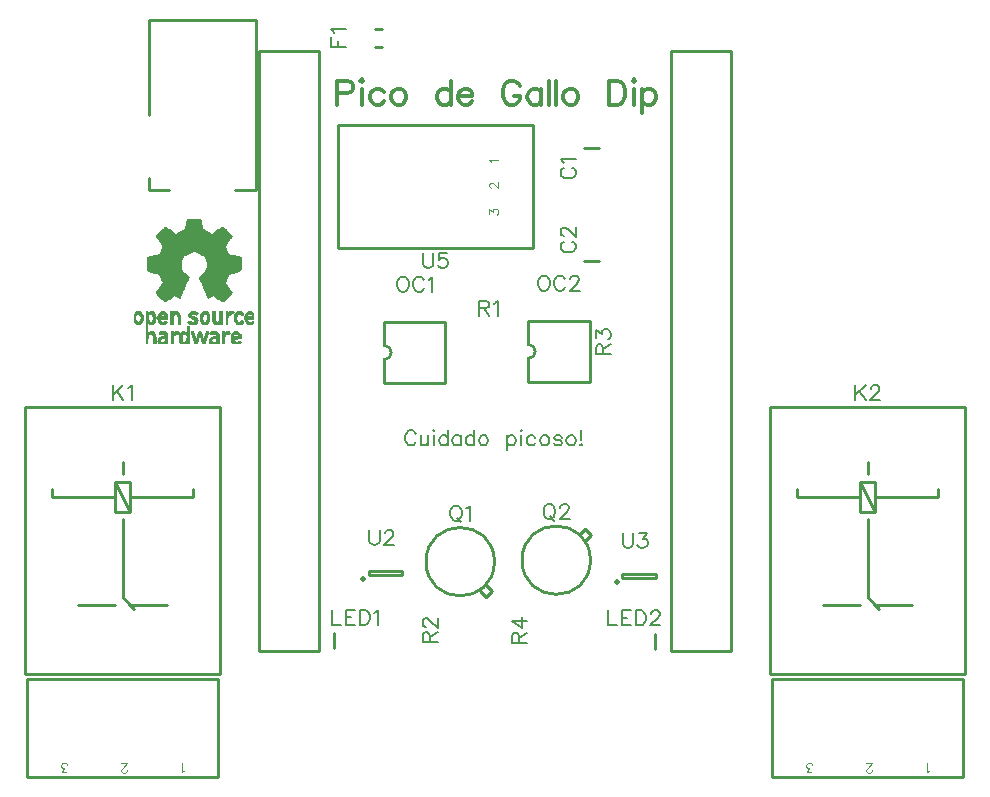
<source format=gbr>
G04 DipTrace 3.0.0.1*
G04 TopSilk.gbr*
%MOIN*%
G04 #@! TF.FileFunction,Legend,Top*
G04 #@! TF.Part,Single*
%ADD10C,0.009843*%
%ADD12C,0.002992*%
%ADD35C,0.018111*%
%ADD74C,0.00772*%
%ADD75C,0.012351*%
%ADD77C,0.004632*%
%FSLAX26Y26*%
G04*
G70*
G90*
G75*
G01*
G04 TopSilk*
%LPD*%
X1053150Y424026D2*
D10*
X415748D1*
Y750526D1*
X1053150D1*
Y424026D1*
X3537008D2*
X2899606D1*
Y750526D1*
X3537008D1*
Y424026D1*
X2271673Y2520094D2*
X2322815D1*
Y2142898D2*
X2271673D1*
X1576409Y2854362D2*
X1599969D1*
X1576409Y2917291D2*
X1599969D1*
X1177559Y2945669D2*
X823209D1*
Y2630719D1*
X821242Y2418090D2*
X821282Y2378735D1*
X890152D1*
X1110617D2*
X1177559D1*
Y2945669D1*
X1059252Y1655906D2*
Y765906D1*
X409252D2*
X1059252D1*
X409252D2*
Y1655906D1*
X1059252D2*
X409252D1*
X969227Y1380896D2*
Y1355887D1*
X759277D1*
Y1405905D1*
X734252D1*
X709227D1*
Y1305869D2*
X759277D1*
Y1355887D1*
X709227Y1405905D2*
Y1355887D1*
X499277D1*
X709227D2*
Y1305869D1*
X499277Y1355887D2*
Y1380896D1*
X709227Y1405905D2*
X759277Y1305869D1*
X734252Y1280949D2*
Y1020891D1*
X759277Y995882D1*
X881282D2*
X759277D1*
X709227D2*
X586247D1*
X759277D2*
X771237Y982888D1*
X734252Y1470875D2*
Y1430914D1*
X3543504Y1655906D2*
Y765906D1*
X2893504D2*
X3543504D1*
X2893504D2*
Y1655906D1*
X3543504D2*
X2893504D1*
X3453479Y1380896D2*
Y1355887D1*
X3243529D1*
Y1405905D1*
X3218504D1*
X3193479D1*
Y1305869D2*
X3243529D1*
Y1355887D1*
X3193479Y1405905D2*
Y1355887D1*
X2983529D1*
X3193479D2*
Y1305869D1*
X2983529Y1355887D2*
Y1380896D1*
X3193479Y1405905D2*
X3243529Y1305869D1*
X3218504Y1280949D2*
Y1020891D1*
X3243529Y995882D1*
X3365534D2*
X3243529D1*
X3193479D2*
X3070499D1*
X3243529D2*
X3255489Y982888D1*
X3218504Y1470875D2*
Y1430914D1*
X1440570Y851201D2*
Y902343D1*
X2509430Y900768D2*
Y849626D1*
X1605906Y1735035D2*
X1810630D1*
Y1939768D1*
X1605906D1*
Y1861027D1*
Y1813776D2*
Y1735035D1*
Y1813776D2*
G03X1605906Y1861027I-1J23626D01*
G01*
X2086220Y1738578D2*
X2290945D1*
Y1943311D1*
X2086220D1*
Y1864571D1*
Y1817319D2*
Y1738578D1*
Y1817319D2*
G03X2086220Y1864571I-1J23626D01*
G01*
X1944619Y1063255D2*
X1964310Y1043567D1*
X1924929D2*
X1944619Y1023878D1*
X1964310Y1043567D1*
X1745846Y1140202D2*
G02X1745846Y1140202I113949J0D01*
G01*
X2256824Y1230052D2*
X2276512Y1249743D1*
Y1210362D2*
X2296201Y1230052D1*
X2276512Y1249743D1*
X2065925Y1145228D2*
G02X2065925Y1145228I113952J0D01*
G01*
X2563780Y843701D2*
X2763780D1*
X2563780Y2843701D2*
X2763780D1*
Y843701D1*
X2563780Y2843701D2*
Y843701D1*
X1554718Y1109846D2*
X1667319D1*
Y1094879D1*
X1554718D1*
Y1109846D1*
D35*
X1537008Y1082279D3*
X2399206Y1100003D2*
D10*
X2511807D1*
Y1085036D1*
X2399206D1*
Y1100003D1*
D35*
X2381497Y1072436D3*
X1188976Y843701D2*
D10*
X1388976D1*
X1188976Y2843701D2*
X1388976D1*
Y843701D1*
X1188976Y2843701D2*
Y843701D1*
X1453150Y2185827D2*
X2102756D1*
Y2595276D1*
X1453150D1*
Y2185827D1*
X948819Y2283622D2*
D12*
X993701D1*
X948356Y2280630D2*
X994163D1*
X947615Y2277638D2*
X994905D1*
X946840Y2274646D2*
X995680D1*
X946304Y2271654D2*
X996215D1*
X945921Y2268661D2*
X996599D1*
X945413Y2265669D2*
X997107D1*
X944643Y2262677D2*
X997876D1*
X943856Y2259685D2*
X998664D1*
X874016Y2256693D2*
X877008D1*
X943303D2*
X999216D1*
X1065512D2*
X1068504D1*
X871024Y2253701D2*
X881855D1*
X942790D2*
X999730D1*
X1060664D2*
X1071496D1*
X868031Y2250709D2*
X886554D1*
X942070D2*
X1000450D1*
X1055966D2*
X1074488D1*
X865039Y2247717D2*
X891137D1*
X939272D2*
X1003247D1*
X1051383D2*
X1077480D1*
X862047Y2244724D2*
X895563D1*
X935099D2*
X1007421D1*
X1046957D2*
X1080472D1*
X859055Y2241732D2*
X899687D1*
X929604D2*
X1012916D1*
X1042833D2*
X1083465D1*
X856063Y2238740D2*
X903409D1*
X923026D2*
X1019494D1*
X1039111D2*
X1086457D1*
X853071Y2235748D2*
X906929D1*
X915906D2*
X1026614D1*
X1035591D2*
X1089449D1*
X850079Y2232756D2*
X1092441D1*
X847087Y2229764D2*
X1095433D1*
X844094Y2226772D2*
X1098425D1*
X846064Y2223780D2*
X1096456D1*
X848154Y2220787D2*
X1094366D1*
X850473Y2217795D2*
X1092046D1*
X852791Y2214803D2*
X1089729D1*
X854923Y2211811D2*
X1087597D1*
X856988Y2208819D2*
X1085531D1*
X859057Y2205827D2*
X1083463D1*
X861035Y2202835D2*
X1081484D1*
X863002Y2199843D2*
X1079517D1*
X864816Y2196850D2*
X1077704D1*
X866265Y2193858D2*
X1076254D1*
X866149Y2190866D2*
X1076370D1*
X865644Y2187874D2*
X1076876D1*
X864903Y2184882D2*
X1077617D1*
X863875Y2181890D2*
X1078644D1*
X862616Y2178898D2*
X1079904D1*
X861230Y2175906D2*
X1081290D1*
X859752Y2172913D2*
X961501D1*
X981019D2*
X1082767D1*
X857995Y2169921D2*
X954267D1*
X988252D2*
X1084525D1*
X855798Y2166929D2*
X948496D1*
X994023D2*
X1086721D1*
X849554Y2163937D2*
X944008D1*
X998511D2*
X1092966D1*
X839991Y2160945D2*
X940329D1*
X1002190D2*
X1102529D1*
X827641Y2157953D2*
X937160D1*
X1005360D2*
X1114878D1*
X814173Y2154961D2*
X934539D1*
X1007981D2*
X1128346D1*
X814173Y2151969D2*
X932614D1*
X1009906D2*
X1128346D1*
X814173Y2148976D2*
X931207D1*
X1011313D2*
X1128346D1*
X814173Y2145984D2*
X929997D1*
X1012523D2*
X1128346D1*
X814173Y2142992D2*
X929017D1*
X1013502D2*
X1128346D1*
X814173Y2140000D2*
X928411D1*
X1014109D2*
X1128346D1*
X814173Y2137008D2*
X928102D1*
X1014418D2*
X1128346D1*
X814173Y2134016D2*
X927964D1*
X1014556D2*
X1128346D1*
X814173Y2131024D2*
X927907D1*
X1014612D2*
X1128346D1*
X814173Y2128031D2*
X927898D1*
X1014622D2*
X1128346D1*
X814173Y2125039D2*
X927995D1*
X1014525D2*
X1128346D1*
X814173Y2122047D2*
X928385D1*
X1014134D2*
X1128346D1*
X814220Y2119055D2*
X929218D1*
X1013302D2*
X1128300D1*
X814360Y2116063D2*
X930471D1*
X1012048D2*
X1128159D1*
X815856Y2113071D2*
X932103D1*
X1010417D2*
X1126663D1*
X821870Y2110079D2*
X933992D1*
X1008527D2*
X1120650D1*
X830607Y2107087D2*
X936012D1*
X1006508D2*
X1111913D1*
X840169Y2104094D2*
X938460D1*
X1004060D2*
X1102350D1*
X847841Y2101102D2*
X941583D1*
X1000937D2*
X1094679D1*
X853477Y2098110D2*
X945041D1*
X997479D2*
X1089043D1*
X855979Y2095118D2*
X948421D1*
X994099D2*
X1086541D1*
X857968Y2092126D2*
X951649D1*
X990870D2*
X1084552D1*
X859576Y2089134D2*
X954803D1*
X987717D2*
X1082944D1*
X860865Y2086142D2*
X953308D1*
X989212D2*
X1081654D1*
X861958Y2083150D2*
X952053D1*
X990466D2*
X1080561D1*
X863137Y2080157D2*
X950796D1*
X991723D2*
X1079383D1*
X864528Y2077165D2*
X949443D1*
X993077D2*
X1077992D1*
X866181Y2074173D2*
X948021D1*
X994498D2*
X1076338D1*
X868031Y2071181D2*
X946554D1*
X995966D2*
X1074488D1*
X865502Y2068189D2*
X945073D1*
X997447D2*
X1077018D1*
X863263Y2065197D2*
X943591D1*
X998929D2*
X1079257D1*
X861151Y2062205D2*
X942192D1*
X1000328D2*
X1081369D1*
X859064Y2059213D2*
X940982D1*
X1001538D2*
X1083456D1*
X857078Y2056220D2*
X939917D1*
X1002602D2*
X1085441D1*
X855086Y2053228D2*
X938757D1*
X1003762D2*
X1087434D1*
X853049Y2050236D2*
X937459D1*
X1005061D2*
X1089470D1*
X851072Y2047244D2*
X936148D1*
X1006372D2*
X1091448D1*
X848989Y2044252D2*
X934975D1*
X1007545D2*
X1093531D1*
X846621Y2041260D2*
X933925D1*
X1008595D2*
X1095899D1*
X844094Y2038268D2*
X932770D1*
X1009749D2*
X1098425D1*
X846064Y2035276D2*
X931462D1*
X1011058D2*
X1096456D1*
X848165Y2032283D2*
X930058D1*
X1012462D2*
X1094354D1*
X850590Y2029291D2*
X928607D1*
X1013913D2*
X1091929D1*
X853289Y2026299D2*
X903475D1*
X912913D2*
X927206D1*
X1015314D2*
X1029606D1*
X1039045D2*
X1089230D1*
X856149Y2023307D2*
X899729D1*
X918898D2*
X925965D1*
X1016555D2*
X1023622D1*
X1042791D2*
X1086370D1*
X859087Y2020315D2*
X895845D1*
X924882D2*
D3*
X1017638D2*
D3*
X1046674D2*
X1083432D1*
X862059Y2017323D2*
X891832D1*
X1050688D2*
X1080461D1*
X865043Y2014331D2*
X887357D1*
X1055163D2*
X1077476D1*
X868033Y2011339D2*
X882319D1*
X1060201D2*
X1074487D1*
X871024Y2008346D2*
X877008D1*
X1065512D2*
X1071496D1*
X778268Y1975433D2*
X790236D1*
X811181D2*
X817165D1*
X826142D2*
X835118D1*
X862047D2*
X874016D1*
X891969D2*
X900945D1*
X906929D2*
X915906D1*
X960787D2*
X975748D1*
X1002677D2*
X1014646D1*
X1032598D2*
X1041575D1*
X1056535D2*
X1065512D1*
X1077480D2*
X1083465D1*
X1089449D2*
X1101417D1*
X1116378D2*
X1128346D1*
X1152283D2*
X1161260D1*
X775864Y1972441D2*
X794135D1*
X811181D2*
X837985D1*
X858148D2*
X876882D1*
X891969D2*
X919130D1*
X957563D2*
X980330D1*
X998429D2*
X1017512D1*
X1032598D2*
X1041575D1*
X1056535D2*
X1065512D1*
X1077480D2*
X1104409D1*
X1112479D2*
X1132010D1*
X1148384D2*
X1165045D1*
X774114Y1969449D2*
X797128D1*
X811181D2*
X840476D1*
X855155D2*
X879374D1*
X891969D2*
X921591D1*
X955102D2*
X984724D1*
X995078D2*
X1020004D1*
X1032598D2*
X1041575D1*
X1056535D2*
X1065512D1*
X1077480D2*
X1100602D1*
X1109486D2*
X1134784D1*
X1145391D2*
X1168091D1*
X773112Y1966457D2*
X799282D1*
X811181D2*
X842253D1*
X853001D2*
X881151D1*
X891969D2*
X923235D1*
X953469D2*
X981732D1*
X992488D2*
X1021781D1*
X1032598D2*
X1041575D1*
X1056535D2*
X1065512D1*
X1077480D2*
X1095650D1*
X1107332D2*
X1135096D1*
X1143237D2*
X1169200D1*
X772626Y1963465D2*
X777805D1*
X789762D2*
X800728D1*
X811181D2*
X819695D1*
X831538D2*
X843263D1*
X851555D2*
X862047D1*
X874016D2*
X882161D1*
X891969D2*
X904525D1*
X916368D2*
X924145D1*
X952407D2*
X960787D1*
X978740D2*
D3*
X991569D2*
X1003151D1*
X1015108D2*
X1022791D1*
X1032598D2*
X1041575D1*
X1056535D2*
X1065512D1*
X1077480D2*
X1090625D1*
X1105886D2*
X1116852D1*
X1128346D2*
X1134331D1*
X1141791D2*
X1149291D1*
X1164252D2*
X1169797D1*
X772416Y1960472D2*
X777063D1*
X791884D2*
X801539D1*
X811181D2*
X818965D1*
X833288D2*
X843751D1*
X850745D2*
X859055D1*
X877008D2*
X882649D1*
X891969D2*
X902775D1*
X917110D2*
X924579D1*
X952422D2*
X960787D1*
X991074D2*
X1001030D1*
X1015850D2*
X1023279D1*
X1032598D2*
X1041575D1*
X1056535D2*
X1065512D1*
X1077480D2*
X1086456D1*
X1105076D2*
X1114730D1*
X1140981D2*
X1149291D1*
X1164252D2*
X1170065D1*
X772332Y1957480D2*
X776300D1*
X793498D2*
X801929D1*
X811181D2*
X818295D1*
X834290D2*
X843962D1*
X850354D2*
X882860D1*
X891969D2*
X901773D1*
X917884D2*
X924766D1*
X953628D2*
X970560D1*
X990851D2*
X999415D1*
X1016613D2*
X1023490D1*
X1032598D2*
X1041575D1*
X1056535D2*
X1065512D1*
X1077480D2*
X1084907D1*
X1104685D2*
X1113116D1*
X1140590D2*
X1170173D1*
X772300Y1954488D2*
X775893D1*
X794694D2*
X802098D1*
X811181D2*
X817924D1*
X834764D2*
X844046D1*
X850185D2*
X882944D1*
X891969D2*
X901287D1*
X918408D2*
X924839D1*
X957527D2*
X977348D1*
X990761D2*
X998219D1*
X1017020D2*
X1023574D1*
X1032598D2*
X1041586D1*
X1056524D2*
X1065512D1*
X1077480D2*
X1084075D1*
X1104516D2*
X1111920D1*
X1140421D2*
X1170214D1*
X772289Y1951496D2*
X775836D1*
X794343D2*
X802154D1*
X811181D2*
X818657D1*
X834860D2*
X844066D1*
X850129D2*
X882976D1*
X891969D2*
X901077D1*
X918687D2*
X924867D1*
X963083D2*
X982067D1*
X990739D2*
X998570D1*
X1017078D2*
X1023593D1*
X1032598D2*
X1041700D1*
X1056410D2*
X1065512D1*
X1077480D2*
X1083702D1*
X1104460D2*
X1112271D1*
X1140366D2*
X1170229D1*
X772285Y1948504D2*
X777120D1*
X793405D2*
X802062D1*
X811181D2*
X819812D1*
X834482D2*
X843972D1*
X850221D2*
X859055D1*
X891969D2*
X900993D1*
X918814D2*
X924877D1*
X969438D2*
X983454D1*
X990843D2*
X999508D1*
X1015793D2*
X1023499D1*
X1032610D2*
X1042163D1*
X1055947D2*
X1065512D1*
X1077480D2*
X1083552D1*
X1104552D2*
X1113209D1*
X1140457D2*
X1149291D1*
X772307Y1945512D2*
X779032D1*
X791963D2*
X801573D1*
X811181D2*
X821359D1*
X833491D2*
X843571D1*
X850710D2*
X860458D1*
X891969D2*
X900962D1*
X918866D2*
X924880D1*
X954803D2*
D3*
X975748D2*
X984319D1*
X991337D2*
X1000950D1*
X1013882D2*
X1023099D1*
X1032727D2*
X1043186D1*
X1054924D2*
X1065512D1*
X1077480D2*
X1083495D1*
X1105041D2*
X1114651D1*
X1131339D2*
D3*
X1140946D2*
X1150694D1*
X772535Y1942520D2*
X781260D1*
X790236D2*
X800362D1*
X811181D2*
X823150D1*
X832126D2*
X842627D1*
X851922D2*
X862047D1*
X874016D2*
X880000D1*
X891969D2*
X900951D1*
X918886D2*
X924881D1*
X951811D2*
X960787D1*
X972756D2*
X983959D1*
X992551D2*
X1002677D1*
X1011654D2*
X1022155D1*
X1033224D2*
X1044567D1*
X1053543D2*
X1065512D1*
X1077480D2*
X1083475D1*
X1106252D2*
X1116378D1*
X1125354D2*
X1134331D1*
X1142158D2*
X1152283D1*
X1164252D2*
X1170236D1*
X773078Y1939528D2*
X798384D1*
X811181D2*
X840928D1*
X853900D2*
X881449D1*
X891969D2*
X900947D1*
X918894D2*
X924882D1*
X948819D2*
X982837D1*
X994529D2*
X1020456D1*
X1034429D2*
X1065512D1*
X1077480D2*
X1083468D1*
X1108230D2*
X1137323D1*
X1144136D2*
X1169686D1*
X775410Y1936535D2*
X795904D1*
X811181D2*
X838315D1*
X856380D2*
X879489D1*
X891969D2*
X900945D1*
X918896D2*
X924882D1*
X953214D2*
X980960D1*
X997010D2*
X1017843D1*
X1036342D2*
X1065512D1*
X1077480D2*
X1083466D1*
X1110711D2*
X1134331D1*
X1146616D2*
X1168636D1*
X778268Y1933543D2*
X793228D1*
X811181D2*
X817165D1*
X823150D2*
X835118D1*
X859055D2*
X877008D1*
X891969D2*
X900945D1*
X918898D2*
X924882D1*
X957795D2*
X978740D1*
X999685D2*
X1014646D1*
X1038583D2*
X1065512D1*
X1077480D2*
X1083465D1*
X1113386D2*
X1131339D1*
X1149291D2*
X1167244D1*
X811181Y1930551D2*
X817165D1*
X811181Y1927559D2*
X817165D1*
X811181Y1924567D2*
X817165D1*
X948819D2*
X954803D1*
X811181Y1921575D2*
X817165D1*
X948819D2*
X954803D1*
X811181Y1918583D2*
X817165D1*
X948819D2*
X954803D1*
X811181Y1915591D2*
X817165D1*
X948819D2*
X954803D1*
X811181Y1912598D2*
X817165D1*
X948819D2*
X954803D1*
X811181Y1909606D2*
X817165D1*
X826142D2*
X835118D1*
X859055D2*
X874016D1*
X894961D2*
X900945D1*
X909921D2*
X915906D1*
X930866D2*
X939843D1*
X948819D2*
X954803D1*
X960787D2*
X969764D1*
X987717D2*
X993701D1*
X1011654D2*
X1020630D1*
X1032598D2*
X1044567D1*
X1065512D2*
X1071496D1*
X1080472D2*
X1089449D1*
X1107402D2*
X1116378D1*
X811181Y1906614D2*
X837985D1*
X856706D2*
X877801D1*
X894961D2*
X921890D1*
X927874D2*
X954803D1*
X961250D2*
X970226D1*
X986682D2*
X994735D1*
X1011191D2*
X1020630D1*
X1026614D2*
X1048466D1*
X1065512D2*
X1090629D1*
X1103154D2*
X1120626D1*
X811181Y1903622D2*
X840476D1*
X854660D2*
X880847D1*
X894961D2*
X954803D1*
X962003D2*
X970980D1*
X985686D2*
X995731D1*
X1010438D2*
X1051459D1*
X1065512D2*
X1091506D1*
X1099803D2*
X1123977D1*
X811181Y1900630D2*
X842253D1*
X856595D2*
X881956D1*
X894961D2*
X921375D1*
X925470D2*
X954803D1*
X962883D2*
X971860D1*
X984738D2*
X996680D1*
X1009558D2*
X1017524D1*
X1026614D2*
X1053613D1*
X1065512D2*
X1085430D1*
X1097213D2*
X1126567D1*
X811181Y1897638D2*
X819695D1*
X831538D2*
X843263D1*
X859055D2*
D3*
X874016D2*
X882553D1*
X894961D2*
X911884D1*
X923720D2*
X934446D1*
X946289D2*
X954803D1*
X963789D2*
X972767D1*
X983727D2*
X997690D1*
X1008650D2*
X1017140D1*
X1029606D2*
D3*
X1047559D2*
X1055059D1*
X1065512D2*
X1080281D1*
X1096294D2*
X1104409D1*
X1116378D2*
X1127486D1*
X811181Y1894646D2*
X818953D1*
X833288D2*
X843751D1*
X877008D2*
X882821D1*
X894961D2*
X905009D1*
X922718D2*
X932696D1*
X947019D2*
X954803D1*
X964795D2*
X973788D1*
X982820D2*
X998597D1*
X1007630D2*
X1016411D1*
X1047559D2*
X1055869D1*
X1065512D2*
X1076765D1*
X1095798D2*
X1101417D1*
X1119370D2*
X1127981D1*
X811181Y1891654D2*
X818179D1*
X834290D2*
X843962D1*
X866213D2*
X882929D1*
X894961D2*
X902494D1*
X922232D2*
X931694D1*
X947689D2*
X954803D1*
X965794D2*
X974811D1*
X982197D2*
X999220D1*
X1006607D2*
X1015539D1*
X1037673D2*
X1056260D1*
X1065512D2*
X1074450D1*
X1095576D2*
X1128204D1*
X811181Y1888661D2*
X817655D1*
X834776D2*
X844046D1*
X858534D2*
X882970D1*
X894961D2*
X901653D1*
X922022D2*
X931220D1*
X948060D2*
X954803D1*
X966750D2*
X975748D1*
X981732D2*
X987603D1*
X993815D2*
X999685D1*
X1005669D2*
X1014636D1*
X1030501D2*
X1056429D1*
X1065512D2*
X1072969D1*
X1095486D2*
X1128297D1*
X811181Y1885669D2*
X817376D1*
X834986D2*
X844077D1*
X853142D2*
X882985D1*
X894961D2*
X901230D1*
X921950D2*
X931124D1*
X947327D2*
X954803D1*
X967776D2*
X987219D1*
X994198D2*
X1013630D1*
X1025128D2*
X1056496D1*
X1065512D2*
X1072156D1*
X1095452D2*
X1128346D1*
X811181Y1882677D2*
X817249D1*
X835070D2*
X844089D1*
X851242D2*
X862597D1*
X876458D2*
X882990D1*
X894961D2*
X901051D1*
X922024D2*
X931502D1*
X946172D2*
X954803D1*
X968783D2*
X986490D1*
X994927D2*
X1012631D1*
X1022620D2*
X1032598D1*
X1047009D2*
X1056522D1*
X1065512D2*
X1071768D1*
X1095451D2*
X1101417D1*
X811181Y1879685D2*
X817197D1*
X835101D2*
X844093D1*
X850733D2*
X860655D1*
X875408D2*
X882991D1*
X894961D2*
X900982D1*
X922396D2*
X932493D1*
X944625D2*
X954803D1*
X969743D2*
X985609D1*
X995809D2*
X1011673D1*
X1021747D2*
X1029606D1*
X1045959D2*
X1056531D1*
X1065512D2*
X1071601D1*
X1095561D2*
X1104409D1*
X811181Y1876693D2*
X817177D1*
X835112D2*
X844094D1*
X850615D2*
X859055D1*
X874016D2*
X882992D1*
X894961D2*
X900958D1*
X923134D2*
X933858D1*
X942835D2*
X954803D1*
X970784D2*
X984622D1*
X996795D2*
X1010633D1*
X1022184D2*
X1032598D1*
X1044567D2*
X1056534D1*
X1065512D2*
X1071534D1*
X1096022D2*
X1107402D1*
X1119370D2*
X1125354D1*
X811181Y1873701D2*
X817169D1*
X835116D2*
X844094D1*
X851699D2*
X882992D1*
X894961D2*
X900949D1*
X924023D2*
X954803D1*
X971815D2*
X983306D1*
X998111D2*
X1009603D1*
X1022885D2*
X1056535D1*
X1065512D2*
X1071509D1*
X1097044D2*
X1128346D1*
X811181Y1870709D2*
X817165D1*
X835118D2*
X844094D1*
X853071D2*
X882992D1*
X894961D2*
X900945D1*
X924882D2*
X954803D1*
X972756D2*
X981732D1*
X999685D2*
X1008661D1*
X1023622D2*
X1056535D1*
X1065512D2*
X1071496D1*
X1098425D2*
X1125354D1*
X948819Y2283622D2*
X948356Y2280630D1*
X947615Y2277638D1*
X946840Y2274646D1*
X946304Y2271654D1*
X945921Y2268661D1*
X945413Y2265669D1*
X944643Y2262677D1*
X943856Y2259685D1*
X943303Y2256693D1*
X942790Y2253701D1*
X942070Y2250709D1*
X939272Y2247717D1*
X935099Y2244724D1*
X929604Y2241732D1*
X923026Y2238740D1*
X915906Y2235748D1*
X993701Y2283622D2*
X994163Y2280630D1*
X994905Y2277638D1*
X995680Y2274646D1*
X996215Y2271654D1*
X996599Y2268661D1*
X997107Y2265669D1*
X997876Y2262677D1*
X998664Y2259685D1*
X999216Y2256693D1*
X999730Y2253701D1*
X1000450Y2250709D1*
X1003247Y2247717D1*
X1007421Y2244724D1*
X1012916Y2241732D1*
X1019494Y2238740D1*
X1026614Y2235748D1*
X874016Y2256693D2*
X871024Y2253701D1*
X868031Y2250709D1*
X865039Y2247717D1*
X862047Y2244724D1*
X859055Y2241732D1*
X856063Y2238740D1*
X853071Y2235748D1*
X850079Y2232756D1*
X847087Y2229764D1*
X844094Y2226772D1*
X846064Y2223780D1*
X848154Y2220787D1*
X850473Y2217795D1*
X852791Y2214803D1*
X854923Y2211811D1*
X856988Y2208819D1*
X859057Y2205827D1*
X861035Y2202835D1*
X863002Y2199843D1*
X864816Y2196850D1*
X866265Y2193858D1*
X866149Y2190866D1*
X865644Y2187874D1*
X864903Y2184882D1*
X863875Y2181890D1*
X862616Y2178898D1*
X861230Y2175906D1*
X859752Y2172913D1*
X857995Y2169921D1*
X855798Y2166929D1*
X849554Y2163937D1*
X839991Y2160945D1*
X827641Y2157953D1*
X814173Y2154961D1*
Y2151969D1*
Y2148976D1*
Y2145984D1*
Y2142992D1*
Y2140000D1*
Y2137008D1*
Y2134016D1*
Y2131024D1*
Y2128031D1*
Y2125039D1*
Y2122047D1*
X814220Y2119055D1*
X814360Y2116063D1*
X815856Y2113071D1*
X821870Y2110079D1*
X830607Y2107087D1*
X840169Y2104094D1*
X847841Y2101102D1*
X853477Y2098110D1*
X855979Y2095118D1*
X857968Y2092126D1*
X859576Y2089134D1*
X860865Y2086142D1*
X861958Y2083150D1*
X863137Y2080157D1*
X864528Y2077165D1*
X866181Y2074173D1*
X868031Y2071181D1*
X865502Y2068189D1*
X863263Y2065197D1*
X861151Y2062205D1*
X859064Y2059213D1*
X857078Y2056220D1*
X855086Y2053228D1*
X853049Y2050236D1*
X851072Y2047244D1*
X848989Y2044252D1*
X846621Y2041260D1*
X844094Y2038268D1*
X846064Y2035276D1*
X848165Y2032283D1*
X850590Y2029291D1*
X853289Y2026299D1*
X856149Y2023307D1*
X859087Y2020315D1*
X862059Y2017323D1*
X865043Y2014331D1*
X868033Y2011339D1*
X871024Y2008346D1*
X877008Y2256693D2*
X881855Y2253701D1*
X886554Y2250709D1*
X891137Y2247717D1*
X895563Y2244724D1*
X899687Y2241732D1*
X903409Y2238740D1*
X906929Y2235748D1*
X1065512Y2256693D2*
X1060664Y2253701D1*
X1055966Y2250709D1*
X1051383Y2247717D1*
X1046957Y2244724D1*
X1042833Y2241732D1*
X1039111Y2238740D1*
X1035591Y2235748D1*
X1068504Y2256693D2*
X1071496Y2253701D1*
X1074488Y2250709D1*
X1077480Y2247717D1*
X1080472Y2244724D1*
X1083465Y2241732D1*
X1086457Y2238740D1*
X1089449Y2235748D1*
X1092441Y2232756D1*
X1095433Y2229764D1*
X1098425Y2226772D1*
X1096456Y2223780D1*
X1094366Y2220787D1*
X1092046Y2217795D1*
X1089729Y2214803D1*
X1087597Y2211811D1*
X1085531Y2208819D1*
X1083463Y2205827D1*
X1081484Y2202835D1*
X1079517Y2199843D1*
X1077704Y2196850D1*
X1076254Y2193858D1*
X1076370Y2190866D1*
X1076876Y2187874D1*
X1077617Y2184882D1*
X1078644Y2181890D1*
X1079904Y2178898D1*
X1081290Y2175906D1*
X1082767Y2172913D1*
X1084525Y2169921D1*
X1086721Y2166929D1*
X1092966Y2163937D1*
X1102529Y2160945D1*
X1114878Y2157953D1*
X1128346Y2154961D1*
Y2151969D1*
Y2148976D1*
Y2145984D1*
Y2142992D1*
Y2140000D1*
Y2137008D1*
Y2134016D1*
Y2131024D1*
Y2128031D1*
Y2125039D1*
Y2122047D1*
X1128300Y2119055D1*
X1128159Y2116063D1*
X1126663Y2113071D1*
X1120650Y2110079D1*
X1111913Y2107087D1*
X1102350Y2104094D1*
X1094679Y2101102D1*
X1089043Y2098110D1*
X1086541Y2095118D1*
X1084552Y2092126D1*
X1082944Y2089134D1*
X1081654Y2086142D1*
X1080561Y2083150D1*
X1079383Y2080157D1*
X1077992Y2077165D1*
X1076338Y2074173D1*
X1074488Y2071181D1*
X1077018Y2068189D1*
X1079257Y2065197D1*
X1081369Y2062205D1*
X1083456Y2059213D1*
X1085441Y2056220D1*
X1087434Y2053228D1*
X1089470Y2050236D1*
X1091448Y2047244D1*
X1093531Y2044252D1*
X1095899Y2041260D1*
X1098425Y2038268D1*
X1096456Y2035276D1*
X1094354Y2032283D1*
X1091929Y2029291D1*
X1089230Y2026299D1*
X1086370Y2023307D1*
X1083432Y2020315D1*
X1080461Y2017323D1*
X1077476Y2014331D1*
X1074487Y2011339D1*
X1071496Y2008346D1*
X969764Y2175906D2*
X961501Y2172913D1*
X954267Y2169921D1*
X948496Y2166929D1*
X944008Y2163937D1*
X940329Y2160945D1*
X937160Y2157953D1*
X934539Y2154961D1*
X932614Y2151969D1*
X931207Y2148976D1*
X929997Y2145984D1*
X929017Y2142992D1*
X928411Y2140000D1*
X928102Y2137008D1*
X927964Y2134016D1*
X927907Y2131024D1*
X927898Y2128031D1*
X927995Y2125039D1*
X928385Y2122047D1*
X929218Y2119055D1*
X930471Y2116063D1*
X932103Y2113071D1*
X933992Y2110079D1*
X936012Y2107087D1*
X938460Y2104094D1*
X941583Y2101102D1*
X945041Y2098110D1*
X948421Y2095118D1*
X951649Y2092126D1*
X954803Y2089134D1*
X953308Y2086142D1*
X952053Y2083150D1*
X950796Y2080157D1*
X949443Y2077165D1*
X948021Y2074173D1*
X946554Y2071181D1*
X945073Y2068189D1*
X943591Y2065197D1*
X942192Y2062205D1*
X940982Y2059213D1*
X939917Y2056220D1*
X938757Y2053228D1*
X937459Y2050236D1*
X936148Y2047244D1*
X934975Y2044252D1*
X933925Y2041260D1*
X932770Y2038268D1*
X931462Y2035276D1*
X930058Y2032283D1*
X928607Y2029291D1*
X927206Y2026299D1*
X925965Y2023307D1*
X924882Y2020315D1*
X972756Y2175906D2*
X981019Y2172913D1*
X988252Y2169921D1*
X994023Y2166929D1*
X998511Y2163937D1*
X1002190Y2160945D1*
X1005360Y2157953D1*
X1007981Y2154961D1*
X1009906Y2151969D1*
X1011313Y2148976D1*
X1012523Y2145984D1*
X1013502Y2142992D1*
X1014109Y2140000D1*
X1014418Y2137008D1*
X1014556Y2134016D1*
X1014612Y2131024D1*
X1014622Y2128031D1*
X1014525Y2125039D1*
X1014134Y2122047D1*
X1013302Y2119055D1*
X1012048Y2116063D1*
X1010417Y2113071D1*
X1008527Y2110079D1*
X1006508Y2107087D1*
X1004060Y2104094D1*
X1000937Y2101102D1*
X997479Y2098110D1*
X994099Y2095118D1*
X990870Y2092126D1*
X987717Y2089134D1*
X989212Y2086142D1*
X990466Y2083150D1*
X991723Y2080157D1*
X993077Y2077165D1*
X994498Y2074173D1*
X995966Y2071181D1*
X997447Y2068189D1*
X998929Y2065197D1*
X1000328Y2062205D1*
X1001538Y2059213D1*
X1002602Y2056220D1*
X1003762Y2053228D1*
X1005061Y2050236D1*
X1006372Y2047244D1*
X1007545Y2044252D1*
X1008595Y2041260D1*
X1009749Y2038268D1*
X1011058Y2035276D1*
X1012462Y2032283D1*
X1013913Y2029291D1*
X1015314Y2026299D1*
X1016555Y2023307D1*
X1017638Y2020315D1*
X906929Y2029291D2*
X903475Y2026299D1*
X899729Y2023307D1*
X895845Y2020315D1*
X891832Y2017323D1*
X887357Y2014331D1*
X882319Y2011339D1*
X877008Y2008346D1*
X906929Y2029291D2*
X912913Y2026299D1*
X918898Y2023307D1*
X924882Y2020315D1*
X1035591Y2029291D2*
X1029606Y2026299D1*
X1023622Y2023307D1*
X1017638Y2020315D1*
X1035591Y2029291D2*
X1039045Y2026299D1*
X1042791Y2023307D1*
X1046674Y2020315D1*
X1050688Y2017323D1*
X1055163Y2014331D1*
X1060201Y2011339D1*
X1065512Y2008346D1*
X778268Y1975433D2*
X775864Y1972441D1*
X774114Y1969449D1*
X773112Y1966457D1*
X772626Y1963465D1*
X772416Y1960472D1*
X772332Y1957480D1*
X772300Y1954488D1*
X772289Y1951496D1*
X772285Y1948504D1*
X772307Y1945512D1*
X772535Y1942520D1*
X773078Y1939528D1*
X775410Y1936535D1*
X778268Y1933543D1*
X790236Y1975433D2*
X794135Y1972441D1*
X797128Y1969449D1*
X799282Y1966457D1*
X800728Y1963465D1*
X801539Y1960472D1*
X801929Y1957480D1*
X802098Y1954488D1*
X802154Y1951496D1*
X802062Y1948504D1*
X801573Y1945512D1*
X800362Y1942520D1*
X798384Y1939528D1*
X795904Y1936535D1*
X793228Y1933543D1*
X811181Y1975433D2*
Y1972441D1*
Y1969449D1*
Y1966457D1*
Y1963465D1*
Y1960472D1*
Y1957480D1*
Y1954488D1*
Y1951496D1*
Y1948504D1*
Y1945512D1*
Y1942520D1*
Y1939528D1*
Y1936535D1*
Y1933543D1*
Y1930551D1*
Y1927559D1*
Y1924567D1*
Y1921575D1*
Y1918583D1*
Y1915591D1*
Y1912598D1*
Y1909606D1*
Y1906614D1*
Y1903622D1*
Y1900630D1*
Y1897638D1*
Y1894646D1*
Y1891654D1*
Y1888661D1*
Y1885669D1*
Y1882677D1*
Y1879685D1*
Y1876693D1*
Y1873701D1*
Y1870709D1*
X817165Y1975433D2*
X826142D2*
X835118D2*
X837985Y1972441D1*
X840476Y1969449D1*
X842253Y1966457D1*
X843263Y1963465D1*
X843751Y1960472D1*
X843962Y1957480D1*
X844046Y1954488D1*
X844066Y1951496D1*
X843972Y1948504D1*
X843571Y1945512D1*
X842627Y1942520D1*
X840928Y1939528D1*
X838315Y1936535D1*
X835118Y1933543D1*
X862047Y1975433D2*
X858148Y1972441D1*
X855155Y1969449D1*
X853001Y1966457D1*
X851555Y1963465D1*
X850745Y1960472D1*
X850354Y1957480D1*
X850185Y1954488D1*
X850129Y1951496D1*
X850221Y1948504D1*
X850710Y1945512D1*
X851922Y1942520D1*
X853900Y1939528D1*
X856380Y1936535D1*
X859055Y1933543D1*
X874016Y1975433D2*
X876882Y1972441D1*
X879374Y1969449D1*
X881151Y1966457D1*
X882161Y1963465D1*
X882649Y1960472D1*
X882860Y1957480D1*
X882944Y1954488D1*
X882976Y1951496D1*
X882992Y1948504D1*
X859055D1*
X860458Y1945512D1*
X862047Y1942520D1*
X891969Y1975433D2*
Y1972441D1*
Y1969449D1*
Y1966457D1*
Y1963465D1*
Y1960472D1*
Y1957480D1*
Y1954488D1*
Y1951496D1*
Y1948504D1*
Y1945512D1*
Y1942520D1*
Y1939528D1*
Y1936535D1*
Y1933543D1*
X900945Y1975433D2*
X906929D2*
X915906D2*
X919130Y1972441D1*
X921591Y1969449D1*
X923235Y1966457D1*
X924145Y1963465D1*
X924579Y1960472D1*
X924766Y1957480D1*
X924839Y1954488D1*
X924867Y1951496D1*
X924877Y1948504D1*
X924880Y1945512D1*
X924881Y1942520D1*
X924882Y1939528D1*
Y1936535D1*
Y1933543D1*
X960787Y1975433D2*
X957563Y1972441D1*
X955102Y1969449D1*
X953469Y1966457D1*
X952407Y1963465D1*
X952422Y1960472D1*
X953628Y1957480D1*
X957527Y1954488D1*
X963083Y1951496D1*
X969438Y1948504D1*
X975748Y1945512D1*
X972756Y1942520D1*
X975748Y1975433D2*
X980330Y1972441D1*
X984724Y1969449D1*
X981732Y1966457D1*
X978740Y1963465D1*
X1002677Y1975433D2*
X998429Y1972441D1*
X995078Y1969449D1*
X992488Y1966457D1*
X991569Y1963465D1*
X991074Y1960472D1*
X990851Y1957480D1*
X990761Y1954488D1*
X990739Y1951496D1*
X990843Y1948504D1*
X991337Y1945512D1*
X992551Y1942520D1*
X994529Y1939528D1*
X997010Y1936535D1*
X999685Y1933543D1*
X1014646Y1975433D2*
X1017512Y1972441D1*
X1020004Y1969449D1*
X1021781Y1966457D1*
X1022791Y1963465D1*
X1023279Y1960472D1*
X1023490Y1957480D1*
X1023574Y1954488D1*
X1023593Y1951496D1*
X1023499Y1948504D1*
X1023099Y1945512D1*
X1022155Y1942520D1*
X1020456Y1939528D1*
X1017843Y1936535D1*
X1014646Y1933543D1*
X1032598Y1975433D2*
Y1972441D1*
Y1969449D1*
Y1966457D1*
Y1963465D1*
Y1960472D1*
Y1957480D1*
Y1954488D1*
Y1951496D1*
X1032610Y1948504D1*
X1032727Y1945512D1*
X1033224Y1942520D1*
X1034429Y1939528D1*
X1036342Y1936535D1*
X1038583Y1933543D1*
X1041575Y1975433D2*
Y1972441D1*
Y1969449D1*
Y1966457D1*
Y1963465D1*
Y1960472D1*
Y1957480D1*
X1041586Y1954488D1*
X1041700Y1951496D1*
X1042163Y1948504D1*
X1043186Y1945512D1*
X1044567Y1942520D1*
X1056535Y1975433D2*
Y1972441D1*
Y1969449D1*
Y1966457D1*
Y1963465D1*
Y1960472D1*
Y1957480D1*
X1056524Y1954488D1*
X1056410Y1951496D1*
X1055947Y1948504D1*
X1054924Y1945512D1*
X1053543Y1942520D1*
X1065512Y1975433D2*
Y1972441D1*
Y1969449D1*
Y1966457D1*
Y1963465D1*
Y1960472D1*
Y1957480D1*
Y1954488D1*
Y1951496D1*
Y1948504D1*
Y1945512D1*
Y1942520D1*
Y1939528D1*
Y1936535D1*
Y1933543D1*
X1077480Y1975433D2*
Y1972441D1*
Y1969449D1*
Y1966457D1*
Y1963465D1*
Y1960472D1*
Y1957480D1*
Y1954488D1*
Y1951496D1*
Y1948504D1*
Y1945512D1*
Y1942520D1*
Y1939528D1*
Y1936535D1*
Y1933543D1*
X1083465Y1975433D2*
X1089449D2*
X1101417D2*
X1104409Y1972441D1*
X1100602Y1969449D1*
X1095650Y1966457D1*
X1090625Y1963465D1*
X1086456Y1960472D1*
X1084907Y1957480D1*
X1084075Y1954488D1*
X1083702Y1951496D1*
X1083552Y1948504D1*
X1083495Y1945512D1*
X1083475Y1942520D1*
X1083468Y1939528D1*
X1083466Y1936535D1*
X1083465Y1933543D1*
X1116378Y1975433D2*
X1112479Y1972441D1*
X1109486Y1969449D1*
X1107332Y1966457D1*
X1105886Y1963465D1*
X1105076Y1960472D1*
X1104685Y1957480D1*
X1104516Y1954488D1*
X1104460Y1951496D1*
X1104552Y1948504D1*
X1105041Y1945512D1*
X1106252Y1942520D1*
X1108230Y1939528D1*
X1110711Y1936535D1*
X1113386Y1933543D1*
X1128346Y1975433D2*
X1132010Y1972441D1*
X1134784Y1969449D1*
X1135096Y1966457D1*
X1134331Y1963465D1*
X1152283Y1975433D2*
X1148384Y1972441D1*
X1145391Y1969449D1*
X1143237Y1966457D1*
X1141791Y1963465D1*
X1140981Y1960472D1*
X1140590Y1957480D1*
X1140421Y1954488D1*
X1140366Y1951496D1*
X1140457Y1948504D1*
X1140946Y1945512D1*
X1142158Y1942520D1*
X1144136Y1939528D1*
X1146616Y1936535D1*
X1149291Y1933543D1*
X1161260Y1975433D2*
X1165045Y1972441D1*
X1168091Y1969449D1*
X1169200Y1966457D1*
X1169797Y1963465D1*
X1170065Y1960472D1*
X1170173Y1957480D1*
X1170214Y1954488D1*
X1170229Y1951496D1*
X1170236Y1948504D1*
X1149291D1*
X1150694Y1945512D1*
X1152283Y1942520D1*
X778268Y1966457D2*
X777805Y1963465D1*
X777063Y1960472D1*
X776300Y1957480D1*
X775893Y1954488D1*
X775836Y1951496D1*
X777120Y1948504D1*
X779032Y1945512D1*
X781260Y1942520D1*
X787244Y1966457D2*
X789762Y1963465D1*
X791884Y1960472D1*
X793498Y1957480D1*
X794694Y1954488D1*
X794343Y1951496D1*
X793405Y1948504D1*
X791963Y1945512D1*
X790236Y1942520D1*
X820157Y1966457D2*
X819695Y1963465D1*
X818965Y1960472D1*
X818295Y1957480D1*
X817924Y1954488D1*
X818657Y1951496D1*
X819812Y1948504D1*
X821359Y1945512D1*
X823150Y1942520D1*
X829134Y1966457D2*
X831538Y1963465D1*
X833288Y1960472D1*
X834290Y1957480D1*
X834764Y1954488D1*
X834860Y1951496D1*
X834482Y1948504D1*
X833491Y1945512D1*
X832126Y1942520D1*
X865039Y1966457D2*
X862047Y1963465D1*
X859055Y1960472D1*
X871024Y1966457D2*
X874016Y1963465D1*
X877008Y1960472D1*
X906929Y1966457D2*
X904525Y1963465D1*
X902775Y1960472D1*
X901773Y1957480D1*
X901287Y1954488D1*
X901077Y1951496D1*
X900993Y1948504D1*
X900962Y1945512D1*
X900951Y1942520D1*
X900947Y1939528D1*
X900945Y1936535D1*
Y1933543D1*
X915906Y1966457D2*
X916368Y1963465D1*
X917110Y1960472D1*
X917884Y1957480D1*
X918408Y1954488D1*
X918687Y1951496D1*
X918814Y1948504D1*
X918866Y1945512D1*
X918886Y1942520D1*
X918894Y1939528D1*
X918896Y1936535D1*
X918898Y1933543D1*
X960787Y1966457D2*
Y1963465D1*
Y1960472D1*
X970560Y1957480D1*
X977348Y1954488D1*
X982067Y1951496D1*
X983454Y1948504D1*
X984319Y1945512D1*
X983959Y1942520D1*
X982837Y1939528D1*
X980960Y1936535D1*
X978740Y1933543D1*
X1005669Y1966457D2*
X1003151Y1963465D1*
X1001030Y1960472D1*
X999415Y1957480D1*
X998219Y1954488D1*
X998570Y1951496D1*
X999508Y1948504D1*
X1000950Y1945512D1*
X1002677Y1942520D1*
X1014646Y1966457D2*
X1015108Y1963465D1*
X1015850Y1960472D1*
X1016613Y1957480D1*
X1017020Y1954488D1*
X1017078Y1951496D1*
X1015793Y1948504D1*
X1013882Y1945512D1*
X1011654Y1942520D1*
X1119370Y1966457D2*
X1116852Y1963465D1*
X1114730Y1960472D1*
X1113116Y1957480D1*
X1111920Y1954488D1*
X1112271Y1951496D1*
X1113209Y1948504D1*
X1114651Y1945512D1*
X1116378Y1942520D1*
X1125354Y1966457D2*
X1128346Y1963465D1*
X1149291Y1966457D2*
Y1963465D1*
Y1960472D1*
X1164252Y1966457D2*
Y1963465D1*
Y1960472D1*
X954803Y1945512D2*
X951811Y1942520D1*
X948819Y1939528D1*
X953214Y1936535D1*
X957795Y1933543D1*
X1131339Y1945512D2*
X1125354Y1942520D1*
X874016D2*
X880000D2*
X881449Y1939528D1*
X879489Y1936535D1*
X877008Y1933543D1*
X960787Y1942520D2*
X1134331D2*
X1137323Y1939528D1*
X1134331Y1936535D1*
X1131339Y1933543D1*
X1164252Y1942520D2*
X1170236D2*
X1169686Y1939528D1*
X1168636Y1936535D1*
X1167244Y1933543D1*
X817165Y1936535D2*
Y1933543D1*
Y1930551D1*
Y1927559D1*
Y1924567D1*
Y1921575D1*
Y1918583D1*
Y1915591D1*
Y1912598D1*
Y1909606D1*
X820157Y1936535D2*
X823150Y1933543D1*
X948819Y1924567D2*
Y1921575D1*
Y1918583D1*
Y1915591D1*
Y1912598D1*
Y1909606D1*
X954803Y1924567D2*
Y1921575D1*
Y1918583D1*
Y1915591D1*
Y1912598D1*
Y1909606D1*
Y1906614D1*
Y1903622D1*
Y1900630D1*
Y1897638D1*
Y1894646D1*
Y1891654D1*
Y1888661D1*
Y1885669D1*
Y1882677D1*
Y1879685D1*
Y1876693D1*
Y1873701D1*
Y1870709D1*
X826142Y1909606D2*
X835118D2*
X837985Y1906614D1*
X840476Y1903622D1*
X842253Y1900630D1*
X843263Y1897638D1*
X843751Y1894646D1*
X843962Y1891654D1*
X844046Y1888661D1*
X844077Y1885669D1*
X844089Y1882677D1*
X844093Y1879685D1*
X844094Y1876693D1*
Y1873701D1*
Y1870709D1*
X859055Y1909606D2*
X856706Y1906614D1*
X854660Y1903622D1*
X856595Y1900630D1*
X859055Y1897638D1*
X874016Y1909606D2*
X877801Y1906614D1*
X880847Y1903622D1*
X881956Y1900630D1*
X882553Y1897638D1*
X882821Y1894646D1*
X882929Y1891654D1*
X882970Y1888661D1*
X882985Y1885669D1*
X882990Y1882677D1*
X882991Y1879685D1*
X882992Y1876693D1*
Y1873701D1*
Y1870709D1*
X894961Y1909606D2*
Y1906614D1*
Y1903622D1*
Y1900630D1*
Y1897638D1*
Y1894646D1*
Y1891654D1*
Y1888661D1*
Y1885669D1*
Y1882677D1*
Y1879685D1*
Y1876693D1*
Y1873701D1*
Y1870709D1*
X900945Y1909606D2*
X909921D2*
X915906D2*
X921890Y1906614D1*
X930866Y1909606D2*
X927874Y1906614D1*
X939843Y1909606D2*
X960787D2*
X961250Y1906614D1*
X962003Y1903622D1*
X962883Y1900630D1*
X963789Y1897638D1*
X964795Y1894646D1*
X965794Y1891654D1*
X966750Y1888661D1*
X967776Y1885669D1*
X968783Y1882677D1*
X969743Y1879685D1*
X970784Y1876693D1*
X971815Y1873701D1*
X972756Y1870709D1*
X969764Y1909606D2*
X970226Y1906614D1*
X970980Y1903622D1*
X971860Y1900630D1*
X972767Y1897638D1*
X973788Y1894646D1*
X974811Y1891654D1*
X975748Y1888661D1*
X987717Y1909606D2*
X986682Y1906614D1*
X985686Y1903622D1*
X984738Y1900630D1*
X983727Y1897638D1*
X982820Y1894646D1*
X982197Y1891654D1*
X981732Y1888661D1*
X993701Y1909606D2*
X994735Y1906614D1*
X995731Y1903622D1*
X996680Y1900630D1*
X997690Y1897638D1*
X998597Y1894646D1*
X999220Y1891654D1*
X999685Y1888661D1*
X1011654Y1909606D2*
X1011191Y1906614D1*
X1010438Y1903622D1*
X1009558Y1900630D1*
X1008650Y1897638D1*
X1007630Y1894646D1*
X1006607Y1891654D1*
X1005669Y1888661D1*
X1020630Y1909606D2*
Y1906614D1*
X1032598Y1909606D2*
X1026614Y1906614D1*
X1044567Y1909606D2*
X1048466Y1906614D1*
X1051459Y1903622D1*
X1053613Y1900630D1*
X1055059Y1897638D1*
X1055869Y1894646D1*
X1056260Y1891654D1*
X1056429Y1888661D1*
X1056496Y1885669D1*
X1056522Y1882677D1*
X1056531Y1879685D1*
X1056534Y1876693D1*
X1056535Y1873701D1*
Y1870709D1*
X1065512Y1909606D2*
Y1906614D1*
Y1903622D1*
Y1900630D1*
Y1897638D1*
Y1894646D1*
Y1891654D1*
Y1888661D1*
Y1885669D1*
Y1882677D1*
Y1879685D1*
Y1876693D1*
Y1873701D1*
Y1870709D1*
X1071496Y1909606D2*
X1080472D2*
X1089449D2*
X1090629Y1906614D1*
X1091506Y1903622D1*
X1085430Y1900630D1*
X1080281Y1897638D1*
X1076765Y1894646D1*
X1074450Y1891654D1*
X1072969Y1888661D1*
X1072156Y1885669D1*
X1071768Y1882677D1*
X1071601Y1879685D1*
X1071534Y1876693D1*
X1071509Y1873701D1*
X1071496Y1870709D1*
X1107402Y1909606D2*
X1103154Y1906614D1*
X1099803Y1903622D1*
X1097213Y1900630D1*
X1096294Y1897638D1*
X1095798Y1894646D1*
X1095576Y1891654D1*
X1095486Y1888661D1*
X1095452Y1885669D1*
X1095451Y1882677D1*
X1095561Y1879685D1*
X1096022Y1876693D1*
X1097044Y1873701D1*
X1098425Y1870709D1*
X1116378Y1909606D2*
X1120626Y1906614D1*
X1123977Y1903622D1*
X1126567Y1900630D1*
X1127486Y1897638D1*
X1127981Y1894646D1*
X1128204Y1891654D1*
X1128297Y1888661D1*
X1128346Y1885669D1*
X1101417Y1882677D1*
X1104409Y1879685D1*
X1107402Y1876693D1*
X933858Y1903622D2*
X921375Y1900630D1*
X911884Y1897638D1*
X905009Y1894646D1*
X902494Y1891654D1*
X901653Y1888661D1*
X901230Y1885669D1*
X901051Y1882677D1*
X900982Y1879685D1*
X900958Y1876693D1*
X900949Y1873701D1*
X900945Y1870709D1*
X927874Y1903622D2*
X925470Y1900630D1*
X923720Y1897638D1*
X922718Y1894646D1*
X922232Y1891654D1*
X922022Y1888661D1*
X921950Y1885669D1*
X922024Y1882677D1*
X922396Y1879685D1*
X923134Y1876693D1*
X924023Y1873701D1*
X924882Y1870709D1*
X1017638Y1903622D2*
X1017524Y1900630D1*
X1017140Y1897638D1*
X1016411Y1894646D1*
X1015539Y1891654D1*
X1014636Y1888661D1*
X1013630Y1885669D1*
X1012631Y1882677D1*
X1011673Y1879685D1*
X1010633Y1876693D1*
X1009603Y1873701D1*
X1008661Y1870709D1*
X1023622Y1903622D2*
X1026614Y1900630D1*
X1029606Y1897638D1*
X820157Y1900630D2*
X819695Y1897638D1*
X818953Y1894646D1*
X818179Y1891654D1*
X817655Y1888661D1*
X817376Y1885669D1*
X817249Y1882677D1*
X817197Y1879685D1*
X817177Y1876693D1*
X817169Y1873701D1*
X817165Y1870709D1*
X829134Y1900630D2*
X831538Y1897638D1*
X833288Y1894646D1*
X834290Y1891654D1*
X834776Y1888661D1*
X834986Y1885669D1*
X835070Y1882677D1*
X835101Y1879685D1*
X835112Y1876693D1*
X835116Y1873701D1*
X835118Y1870709D1*
X871024Y1900630D2*
X874016Y1897638D1*
X877008Y1894646D1*
X866213Y1891654D1*
X858534Y1888661D1*
X853142Y1885669D1*
X851242Y1882677D1*
X850733Y1879685D1*
X850615Y1876693D1*
X851699Y1873701D1*
X853071Y1870709D1*
X936850Y1900630D2*
X934446Y1897638D1*
X932696Y1894646D1*
X931694Y1891654D1*
X931220Y1888661D1*
X931124Y1885669D1*
X931502Y1882677D1*
X932493Y1879685D1*
X933858Y1876693D1*
X945827Y1900630D2*
X946289Y1897638D1*
X947019Y1894646D1*
X947689Y1891654D1*
X948060Y1888661D1*
X947327Y1885669D1*
X946172Y1882677D1*
X944625Y1879685D1*
X942835Y1876693D1*
X1047559Y1900630D2*
Y1897638D1*
Y1894646D1*
X1037673Y1891654D1*
X1030501Y1888661D1*
X1025128Y1885669D1*
X1022620Y1882677D1*
X1021747Y1879685D1*
X1022184Y1876693D1*
X1022885Y1873701D1*
X1023622Y1870709D1*
X1107402Y1900630D2*
X1104409Y1897638D1*
X1101417Y1894646D1*
X1113386Y1900630D2*
X1116378Y1897638D1*
X1119370Y1894646D1*
X987717Y1891654D2*
X987603Y1888661D1*
X987219Y1885669D1*
X986490Y1882677D1*
X985609Y1879685D1*
X984622Y1876693D1*
X983306Y1873701D1*
X981732Y1870709D1*
X993701Y1891654D2*
X993815Y1888661D1*
X994198Y1885669D1*
X994927Y1882677D1*
X995809Y1879685D1*
X996795Y1876693D1*
X998111Y1873701D1*
X999685Y1870709D1*
X865039Y1885669D2*
X862597Y1882677D1*
X860655Y1879685D1*
X859055Y1876693D1*
X877008Y1885669D2*
X876458Y1882677D1*
X875408Y1879685D1*
X874016Y1876693D1*
X1035591Y1885669D2*
X1032598Y1882677D1*
X1029606Y1879685D1*
X1032598Y1876693D1*
X1047559Y1885669D2*
X1047009Y1882677D1*
X1045959Y1879685D1*
X1044567Y1876693D1*
X1119370D2*
X1125354D2*
X1128346Y1873701D1*
X1125354Y1870709D1*
X2206432Y2453439D2*
D74*
X2201679Y2451063D1*
X2196870Y2446254D1*
X2194493Y2441501D1*
Y2431939D1*
X2196870Y2427131D1*
X2201679Y2422378D1*
X2206432Y2419946D1*
X2213617Y2417569D1*
X2225610D1*
X2232740Y2419946D1*
X2237548Y2422378D1*
X2242302Y2427131D1*
X2244734Y2431939D1*
Y2441501D1*
X2242302Y2446254D1*
X2237548Y2451063D1*
X2232740Y2453439D1*
X2204110Y2468878D2*
X2201679Y2473687D1*
X2194549Y2480872D1*
X2244734D1*
X2206432Y2207240D2*
X2201679Y2204864D1*
X2196870Y2200055D1*
X2194493Y2195302D1*
Y2185741D1*
X2196870Y2180932D1*
X2201679Y2176179D1*
X2206432Y2173747D1*
X2213617Y2171371D1*
X2225610D1*
X2232740Y2173747D1*
X2237548Y2176179D1*
X2242302Y2180932D1*
X2244734Y2185741D1*
Y2195302D1*
X2242302Y2200055D1*
X2237548Y2204864D1*
X2232740Y2207240D1*
X2206487Y2225112D2*
X2204110D1*
X2199302Y2227488D1*
X2196925Y2229865D1*
X2194549Y2234673D1*
Y2244235D1*
X2196925Y2248988D1*
X2199302Y2251365D1*
X2204110Y2253796D1*
X2208864D1*
X2213672Y2251364D1*
X2220802Y2246611D1*
X2244734Y2222680D1*
X2244733Y2256173D1*
X1428352Y2887669D2*
Y2856552D1*
X1478592D1*
X1452283D2*
Y2875675D1*
X1437969Y2903108D2*
X1435537Y2907917D1*
X1428407Y2915102D1*
X1478592D1*
X703789Y1729129D2*
Y1678889D1*
X737282Y1729129D2*
X703789Y1695635D1*
X715727Y1707629D2*
X737282Y1678889D1*
X752722Y1719512D2*
X757530Y1721944D1*
X764715Y1729073D1*
Y1678889D1*
X3177291Y1729129D2*
Y1678889D1*
X3210784Y1729129D2*
X3177291Y1695635D1*
X3189229Y1707629D2*
X3210784Y1678889D1*
X3228655Y1717135D2*
Y1719512D1*
X3231032Y1724320D1*
X3233409Y1726697D1*
X3238217Y1729073D1*
X3247779D1*
X3252532Y1726697D1*
X3254908Y1724320D1*
X3257340Y1719512D1*
Y1714759D1*
X3254908Y1709950D1*
X3250155Y1702820D1*
X3226224Y1678889D1*
X3259717D1*
X1433683Y979522D2*
Y929282D1*
X1462367D1*
X1508868Y979522D2*
X1477807D1*
Y929282D1*
X1508868D1*
X1477807Y955591D2*
X1496930D1*
X1524307Y979522D2*
Y929282D1*
X1541054D1*
X1548239Y931714D1*
X1553048Y936467D1*
X1555424Y941276D1*
X1557801Y948406D1*
Y960399D1*
X1555424Y967584D1*
X1553048Y972337D1*
X1548239Y977146D1*
X1541054Y979522D1*
X1524307D1*
X1573240Y969905D2*
X1578048Y972337D1*
X1585233Y979467D1*
Y929282D1*
X2354017Y977947D2*
Y927707D1*
X2382701D1*
X2429202Y977947D2*
X2398141D1*
Y927707D1*
X2429202D1*
X2398141Y954016D2*
X2417264D1*
X2444641Y977947D2*
Y927707D1*
X2461388D1*
X2468573Y930139D1*
X2473382Y934893D1*
X2475758Y939701D1*
X2478135Y946831D1*
Y958824D1*
X2475758Y966009D1*
X2473382Y970762D1*
X2468573Y975571D1*
X2461388Y977947D1*
X2444641D1*
X2496006Y965954D2*
Y968331D1*
X2498382Y973139D1*
X2500759Y975516D1*
X2505568Y977892D1*
X2515129D1*
X2519882Y975516D1*
X2522259Y973139D1*
X2524691Y968331D1*
Y963577D1*
X2522259Y958769D1*
X2517506Y951639D1*
X2493574Y927707D1*
X2527067D1*
X1664144Y2090152D2*
X1659335Y2087776D1*
X1654582Y2082967D1*
X1652150Y2078214D1*
X1649774Y2071029D1*
Y2059035D1*
X1652150Y2051906D1*
X1654582Y2047097D1*
X1659335Y2042344D1*
X1664144Y2039912D1*
X1673705D1*
X1678458Y2042344D1*
X1683267Y2047097D1*
X1685643Y2051906D1*
X1688020Y2059035D1*
Y2071029D1*
X1685643Y2078214D1*
X1683267Y2082967D1*
X1678458Y2087776D1*
X1673705Y2090152D1*
X1664144D1*
X1739329Y2078214D2*
X1736953Y2082967D1*
X1732144Y2087776D1*
X1727391Y2090152D1*
X1717829D1*
X1713021Y2087776D1*
X1708268Y2082967D1*
X1705836Y2078214D1*
X1703459Y2071029D1*
Y2059035D1*
X1705836Y2051906D1*
X1708268Y2047097D1*
X1713021Y2042344D1*
X1717829Y2039912D1*
X1727391D1*
X1732144Y2042344D1*
X1736953Y2047097D1*
X1739329Y2051906D1*
X1754768Y2080535D2*
X1759577Y2082967D1*
X1766762Y2090097D1*
Y2039912D1*
X2133709Y2093696D2*
X2128900Y2091319D1*
X2124147Y2086510D1*
X2121715Y2081757D1*
X2119339Y2074572D1*
Y2062579D1*
X2121715Y2055449D1*
X2124147Y2050641D1*
X2128900Y2045887D1*
X2133709Y2043456D1*
X2143270D1*
X2148023Y2045887D1*
X2152832Y2050641D1*
X2155208Y2055449D1*
X2157585Y2062579D1*
Y2074572D1*
X2155208Y2081757D1*
X2152832Y2086510D1*
X2148023Y2091319D1*
X2143270Y2093696D1*
X2133709D1*
X2208894Y2081757D2*
X2206518Y2086510D1*
X2201709Y2091319D1*
X2196956Y2093696D1*
X2187394D1*
X2182586Y2091319D1*
X2177833Y2086510D1*
X2175401Y2081757D1*
X2173024Y2074572D1*
Y2062579D1*
X2175401Y2055449D1*
X2177833Y2050641D1*
X2182586Y2045887D1*
X2187394Y2043456D1*
X2196956D1*
X2201709Y2045887D1*
X2206518Y2050641D1*
X2208894Y2055449D1*
X2226765Y2081702D2*
Y2084079D1*
X2229142Y2088887D1*
X2231519Y2091264D1*
X2236327Y2093640D1*
X2245889D1*
X2250642Y2091264D1*
X2253018Y2088887D1*
X2255450Y2084079D1*
Y2079325D1*
X2253018Y2074517D1*
X2248265Y2067387D1*
X2224333Y2043456D1*
X2257827D1*
X1841298Y1327377D2*
X1836545Y1325055D1*
X1831736Y1320247D1*
X1829360Y1315438D1*
X1826928Y1308253D1*
Y1296315D1*
X1829360Y1289130D1*
X1831736Y1284377D1*
X1836545Y1279568D1*
X1841298Y1277192D1*
X1850860D1*
X1855668Y1279568D1*
X1860421Y1284377D1*
X1862798Y1289130D1*
X1865230Y1296315D1*
Y1308253D1*
X1862798Y1315438D1*
X1860421Y1320247D1*
X1855668Y1325055D1*
X1850860Y1327377D1*
X1841298D1*
X1848483Y1286754D2*
X1862798Y1272383D1*
X1880669Y1317760D2*
X1885477Y1320192D1*
X1892663Y1327321D1*
Y1277137D1*
X2151816Y1332401D2*
X2147063Y1330080D1*
X2142254Y1325271D1*
X2139878Y1320463D1*
X2137446Y1313278D1*
Y1301339D1*
X2139878Y1294154D1*
X2142254Y1289401D1*
X2147063Y1284593D1*
X2151816Y1282216D1*
X2161378D1*
X2166186Y1284593D1*
X2170939Y1289401D1*
X2173316Y1294154D1*
X2175748Y1301339D1*
Y1313278D1*
X2173316Y1320463D1*
X2170939Y1325271D1*
X2166186Y1330080D1*
X2161378Y1332401D1*
X2151816D1*
X2159001Y1291778D2*
X2173316Y1277408D1*
X2193619Y1320407D2*
Y1322784D1*
X2195995Y1327592D1*
X2198372Y1329969D1*
X2203180Y1332346D1*
X2212742D1*
X2217495Y1329969D1*
X2219872Y1327592D1*
X2222304Y1322784D1*
Y1318031D1*
X2219872Y1313222D1*
X2215119Y1306093D1*
X2191187Y1282161D1*
X2224680D1*
X1923474Y1985512D2*
X1944974D1*
X1952159Y1987944D1*
X1954591Y1990320D1*
X1956967Y1995073D1*
Y1999882D1*
X1954591Y2004635D1*
X1952159Y2007067D1*
X1944974Y2009444D1*
X1923474D1*
Y1959204D1*
X1940221Y1985512D2*
X1956967Y1959204D1*
X1972407Y1999827D2*
X1977215Y2002259D1*
X1984400Y2009388D1*
Y1959204D1*
X1758189Y870992D2*
Y892492D1*
X1755757Y899677D1*
X1753381Y902109D1*
X1748627Y904485D1*
X1743819D1*
X1739066Y902109D1*
X1736634Y899677D1*
X1734257Y892492D1*
Y870992D1*
X1784497D1*
X1758189Y887739D2*
X1784497Y904485D1*
X1746251Y922356D2*
X1743874D1*
X1739066Y924733D1*
X1736689Y927109D1*
X1734313Y931918D1*
Y941480D1*
X1736689Y946233D1*
X1739066Y948609D1*
X1743874Y951041D1*
X1748627D1*
X1753436Y948609D1*
X1760566Y943856D1*
X1784497Y919924D1*
Y953418D1*
X2335748Y1832016D2*
Y1853515D1*
X2333316Y1860700D1*
X2330940Y1863132D1*
X2326186Y1865509D1*
X2321378D1*
X2316625Y1863132D1*
X2314193Y1860700D1*
X2311816Y1853515D1*
Y1832016D1*
X2362056D1*
X2335748Y1848762D2*
X2362056Y1865509D1*
X2311872Y1885757D2*
Y1912010D1*
X2330995Y1897695D1*
Y1904880D1*
X2333371Y1909633D1*
X2335748Y1912009D1*
X2342933Y1914441D1*
X2347686D1*
X2354871Y1912009D1*
X2359680Y1907256D1*
X2362056Y1900071D1*
Y1892886D1*
X2359680Y1885756D1*
X2357248Y1883380D1*
X2352495Y1880948D1*
X2056220Y869804D2*
Y891303D1*
X2053789Y898488D1*
X2051412Y900920D1*
X2046659Y903297D1*
X2041850D1*
X2037097Y900920D1*
X2034665Y898488D1*
X2032289Y891303D1*
Y869804D1*
X2082529D1*
X2056220Y886550D2*
X2082529Y903297D1*
Y942668D2*
X2032344D1*
X2065782Y918736D1*
Y954606D1*
X1557212Y1246451D2*
Y1210581D1*
X1559589Y1203396D1*
X1564397Y1198643D1*
X1571582Y1196211D1*
X1576335D1*
X1583521Y1198643D1*
X1588329Y1203396D1*
X1590706Y1210581D1*
Y1246451D1*
X1608577Y1234458D2*
Y1236835D1*
X1610953Y1241643D1*
X1613330Y1244020D1*
X1618138Y1246396D1*
X1627700D1*
X1632453Y1244020D1*
X1634830Y1241643D1*
X1637262Y1236835D1*
Y1232081D1*
X1634830Y1227273D1*
X1630077Y1220143D1*
X1606145Y1196211D1*
X1639638D1*
X2401700Y1236609D2*
Y1200739D1*
X2404077Y1193554D1*
X2408885Y1188801D1*
X2416071Y1186369D1*
X2420824D1*
X2428009Y1188801D1*
X2432817Y1193554D1*
X2435194Y1200739D1*
Y1236609D1*
X2455441Y1236554D2*
X2481694D1*
X2467380Y1217430D1*
X2474565D1*
X2479318Y1215054D1*
X2481694Y1212677D1*
X2484126Y1205492D1*
Y1200739D1*
X2481694Y1193554D1*
X2476941Y1188745D1*
X2469756Y1186369D1*
X2462571D1*
X2455441Y1188745D1*
X2453065Y1191177D1*
X2450633Y1195931D1*
X1736740Y2168868D2*
Y2132998D1*
X1739116Y2125813D1*
X1743925Y2121060D1*
X1751110Y2118628D1*
X1755863D1*
X1763048Y2121060D1*
X1767857Y2125813D1*
X1770233Y2132998D1*
Y2168868D1*
X1814357Y2168813D2*
X1790481D1*
X1788104Y2147313D1*
X1790481Y2149690D1*
X1797666Y2152121D1*
X1804796D1*
X1811981Y2149690D1*
X1816789Y2144936D1*
X1819166Y2137751D1*
Y2132998D1*
X1816789Y2125813D1*
X1811981Y2121005D1*
X1804796Y2118628D1*
X1797666D1*
X1790481Y2121005D1*
X1788104Y2123437D1*
X1785672Y2128190D1*
X1448850Y2701639D2*
D75*
X1483338D1*
X1494746Y2705442D1*
X1498637Y2709332D1*
X1502440Y2716938D1*
Y2728434D1*
X1498637Y2736039D1*
X1494746Y2739930D1*
X1483338Y2743732D1*
X1448850D1*
Y2663348D1*
X1527142Y2743732D2*
X1530945Y2739930D1*
X1534836Y2743732D1*
X1530945Y2747623D1*
X1527142Y2743732D1*
X1530945Y2716938D2*
Y2663348D1*
X1605523Y2705442D2*
X1597829Y2713135D1*
X1590136Y2716938D1*
X1578728D1*
X1571035Y2713135D1*
X1563430Y2705442D1*
X1559539Y2693945D1*
Y2686340D1*
X1563430Y2674844D1*
X1571035Y2667239D1*
X1578728Y2663348D1*
X1590136D1*
X1597829Y2667239D1*
X1605523Y2674844D1*
X1649327Y2716938D2*
X1641722Y2713135D1*
X1634028Y2705442D1*
X1630226Y2693945D1*
Y2686340D1*
X1634028Y2674844D1*
X1641722Y2667239D1*
X1649327Y2663348D1*
X1660823D1*
X1668516Y2667239D1*
X1676122Y2674844D1*
X1680013Y2686340D1*
Y2693945D1*
X1676122Y2705442D1*
X1668516Y2713135D1*
X1660823Y2716938D1*
X1649327D1*
X1828373Y2743732D2*
Y2663348D1*
Y2705442D2*
X1820768Y2713135D1*
X1813074Y2716938D1*
X1801578D1*
X1793973Y2713135D1*
X1786279Y2705442D1*
X1782477Y2693945D1*
Y2686340D1*
X1786279Y2674844D1*
X1793973Y2667239D1*
X1801578Y2663348D1*
X1813074D1*
X1820768Y2667239D1*
X1828373Y2674844D1*
X1853075Y2693945D2*
X1898971D1*
Y2701639D1*
X1895169Y2709332D1*
X1891366Y2713135D1*
X1883673Y2716938D1*
X1872177D1*
X1864572Y2713135D1*
X1856878Y2705442D1*
X1853075Y2693945D1*
Y2686340D1*
X1856878Y2674844D1*
X1864572Y2667239D1*
X1872177Y2663348D1*
X1883673D1*
X1891366Y2667239D1*
X1898971Y2674844D1*
X2058828Y2724631D2*
X2055025Y2732236D1*
X2047331Y2739930D1*
X2039726Y2743732D1*
X2024428D1*
X2016734Y2739930D1*
X2009129Y2732236D1*
X2005238Y2724631D1*
X2001436Y2713135D1*
Y2693945D1*
X2005238Y2682538D1*
X2009129Y2674844D1*
X2016734Y2667239D1*
X2024428Y2663348D1*
X2039726D1*
X2047331Y2667239D1*
X2055025Y2674844D1*
X2058828Y2682538D1*
Y2693945D1*
X2039726D1*
X2129426Y2716938D2*
Y2663348D1*
Y2705442D2*
X2121821Y2713135D1*
X2114128Y2716938D1*
X2102720D1*
X2095026Y2713135D1*
X2087421Y2705442D1*
X2083530Y2693945D1*
Y2686340D1*
X2087421Y2674844D1*
X2095026Y2667239D1*
X2102720Y2663348D1*
X2114128D1*
X2121821Y2667239D1*
X2129426Y2674844D1*
X2154129Y2743732D2*
Y2663348D1*
X2178832Y2743732D2*
Y2663348D1*
X2222636Y2716938D2*
X2215031Y2713135D1*
X2207337Y2705442D1*
X2203535Y2693945D1*
Y2686340D1*
X2207337Y2674844D1*
X2215031Y2667239D1*
X2222636Y2663348D1*
X2234132D1*
X2241825Y2667239D1*
X2249430Y2674844D1*
X2253321Y2686340D1*
Y2693945D1*
X2249430Y2705442D1*
X2241825Y2713135D1*
X2234132Y2716938D1*
X2222636D1*
X2355786Y2743732D2*
Y2663348D1*
X2382580D1*
X2394076Y2667239D1*
X2401770Y2674844D1*
X2405572Y2682538D1*
X2409375Y2693945D1*
Y2713135D1*
X2405572Y2724631D1*
X2401770Y2732236D1*
X2394076Y2739930D1*
X2382580Y2743732D1*
X2355786D1*
X2434078D2*
X2437880Y2739930D1*
X2441771Y2743732D1*
X2437880Y2747623D1*
X2434078Y2743732D1*
X2437880Y2716938D2*
Y2663348D1*
X2466474Y2716938D2*
Y2636554D1*
Y2705442D2*
X2474168Y2713047D1*
X2481773Y2716938D1*
X2493269D1*
X2500962Y2713047D1*
X2508567Y2705442D1*
X2512458Y2693945D1*
Y2686252D1*
X2508567Y2674844D1*
X2500962Y2667151D1*
X2493269Y2663348D1*
X2481773D1*
X2474168Y2667151D1*
X2466474Y2674844D1*
X1711932Y1565985D2*
D74*
X1709555Y1570738D1*
X1704747Y1575547D1*
X1699994Y1577923D1*
X1690432D1*
X1685624Y1575547D1*
X1680870Y1570738D1*
X1678439Y1565985D1*
X1676062Y1558800D1*
Y1546806D1*
X1678439Y1539677D1*
X1680870Y1534868D1*
X1685624Y1530115D1*
X1690432Y1527683D1*
X1699994D1*
X1704747Y1530115D1*
X1709555Y1534868D1*
X1711932Y1539677D1*
X1727371Y1561177D2*
Y1537245D1*
X1729748Y1530115D1*
X1734556Y1527683D1*
X1741741D1*
X1746494Y1530115D1*
X1753679Y1537245D1*
Y1561177D2*
Y1527683D1*
X1769119Y1577923D2*
X1771495Y1575547D1*
X1773927Y1577923D1*
X1771495Y1580355D1*
X1769119Y1577923D1*
X1771495Y1561177D2*
Y1527683D1*
X1818051Y1577923D2*
Y1527683D1*
Y1553991D2*
X1813298Y1558800D1*
X1808490Y1561177D1*
X1801305D1*
X1796551Y1558800D1*
X1791743Y1553991D1*
X1789366Y1546806D1*
Y1542053D1*
X1791743Y1534868D1*
X1796551Y1530115D1*
X1801305Y1527683D1*
X1808490D1*
X1813298Y1530115D1*
X1818051Y1534868D1*
X1862175Y1561177D2*
Y1527683D1*
Y1553991D2*
X1857422Y1558800D1*
X1852614Y1561177D1*
X1845484D1*
X1840675Y1558800D1*
X1835922Y1553991D1*
X1833490Y1546806D1*
Y1542053D1*
X1835922Y1534868D1*
X1840675Y1530115D1*
X1845484Y1527683D1*
X1852614D1*
X1857422Y1530115D1*
X1862175Y1534868D1*
X1906299Y1577923D2*
Y1527683D1*
Y1553991D2*
X1901546Y1558800D1*
X1896738Y1561177D1*
X1889553D1*
X1884800Y1558800D1*
X1879991Y1553991D1*
X1877615Y1546806D1*
Y1542053D1*
X1879991Y1534868D1*
X1884800Y1530115D1*
X1889553Y1527683D1*
X1896738D1*
X1901546Y1530115D1*
X1906299Y1534868D1*
X1933677Y1561177D2*
X1928924Y1558800D1*
X1924115Y1553991D1*
X1921739Y1546806D1*
Y1542053D1*
X1924115Y1534868D1*
X1928924Y1530115D1*
X1933677Y1527683D1*
X1940862D1*
X1945670Y1530115D1*
X1950424Y1534868D1*
X1952855Y1542053D1*
Y1546806D1*
X1950424Y1553991D1*
X1945670Y1558800D1*
X1940862Y1561177D1*
X1933677D1*
X2016896D2*
Y1510937D1*
Y1553991D2*
X2021704Y1558745D1*
X2026457Y1561177D1*
X2033642D1*
X2038451Y1558745D1*
X2043204Y1553991D1*
X2045636Y1546806D1*
Y1541998D1*
X2043204Y1534868D1*
X2038451Y1530060D1*
X2033642Y1527683D1*
X2026457D1*
X2021704Y1530060D1*
X2016896Y1534868D1*
X2061075Y1577923D2*
X2063452Y1575547D1*
X2065884Y1577923D1*
X2063452Y1580355D1*
X2061075Y1577923D1*
X2063452Y1561177D2*
Y1527683D1*
X2110063Y1553991D2*
X2105254Y1558800D1*
X2100446Y1561177D1*
X2093316D1*
X2088508Y1558800D1*
X2083755Y1553991D1*
X2081323Y1546806D1*
Y1542053D1*
X2083755Y1534868D1*
X2088508Y1530115D1*
X2093316Y1527683D1*
X2100446D1*
X2105254Y1530115D1*
X2110063Y1534868D1*
X2137440Y1561177D2*
X2132687Y1558800D1*
X2127879Y1553991D1*
X2125502Y1546806D1*
Y1542053D1*
X2127879Y1534868D1*
X2132687Y1530115D1*
X2137440Y1527683D1*
X2144625D1*
X2149434Y1530115D1*
X2154187Y1534868D1*
X2156619Y1542053D1*
Y1546806D1*
X2154187Y1553991D1*
X2149434Y1558800D1*
X2144625Y1561177D1*
X2137440D1*
X2198366Y1553991D2*
X2195990Y1558800D1*
X2188805Y1561177D1*
X2181620D1*
X2174435Y1558800D1*
X2172058Y1553991D1*
X2174435Y1549238D1*
X2179243Y1546806D1*
X2191181Y1544430D1*
X2195990Y1542053D1*
X2198366Y1537245D1*
Y1534868D1*
X2195990Y1530115D1*
X2188805Y1527683D1*
X2181620D1*
X2174435Y1530115D1*
X2172058Y1534868D1*
X2225744Y1561177D2*
X2220991Y1558800D1*
X2216182Y1553991D1*
X2213806Y1546806D1*
Y1542053D1*
X2216182Y1534868D1*
X2220991Y1530115D1*
X2225744Y1527683D1*
X2232929D1*
X2237737Y1530115D1*
X2242491Y1534868D1*
X2244922Y1542053D1*
Y1546806D1*
X2242491Y1553991D1*
X2237737Y1558800D1*
X2232929Y1561177D1*
X2225744D1*
X2262794Y1577868D2*
Y1544430D1*
Y1532492D2*
X2260362Y1530060D1*
X2262794Y1527683D1*
X2265170Y1530060D1*
X2262794Y1532492D1*
X940117Y443791D2*
D77*
X937232Y442332D1*
X932921Y438054D1*
Y468165D1*
X747374Y444531D2*
Y443105D1*
X745948Y440220D1*
X744522Y438794D1*
X741637Y437368D1*
X735900D1*
X733048Y438794D1*
X731622Y440220D1*
X730163Y443105D1*
Y445957D1*
X731622Y448842D1*
X734474Y453120D1*
X748833Y467479D1*
X728737D1*
X546505Y439621D2*
X530753D1*
X539342Y451095D1*
X535031D1*
X532179Y452521D1*
X530753Y453947D1*
X529294Y458258D1*
Y461110D1*
X530753Y465421D1*
X533605Y468306D1*
X537916Y469732D1*
X542227D1*
X546505Y468306D1*
X547931Y466847D1*
X549390Y463995D1*
X3423975Y443791D2*
X3421090Y442332D1*
X3416779Y438054D1*
Y468165D1*
X3231232Y444531D2*
Y443105D1*
X3229806Y440220D1*
X3228380Y438794D1*
X3225495Y437368D1*
X3219758D1*
X3216906Y438794D1*
X3215480Y440220D1*
X3214021Y443105D1*
Y445957D1*
X3215480Y448842D1*
X3218332Y453120D1*
X3232691Y467479D1*
X3212595D1*
X3030363Y439621D2*
X3014611D1*
X3023200Y451095D1*
X3018889D1*
X3016037Y452521D1*
X3014611Y453947D1*
X3013152Y458258D1*
Y461110D1*
X3014611Y465421D1*
X3017463Y468306D1*
X3021774Y469732D1*
X3026085D1*
X3030363Y468306D1*
X3031789Y466847D1*
X3033248Y463995D1*
X1956669Y2300064D2*
Y2315816D1*
X1968143Y2307227D1*
Y2311538D1*
X1969569Y2314390D1*
X1970995Y2315816D1*
X1975306Y2317275D1*
X1978158D1*
X1982469Y2315816D1*
X1985354Y2312964D1*
X1986780Y2308653D1*
Y2304342D1*
X1985354Y2300064D1*
X1983895Y2298638D1*
X1981043Y2297179D1*
X1963832Y2386319D2*
X1962406D1*
X1959521Y2387745D1*
X1958095Y2389171D1*
X1956669Y2392056D1*
Y2397793D1*
X1958095Y2400645D1*
X1959521Y2402071D1*
X1962406Y2403530D1*
X1965258D1*
X1968143Y2402071D1*
X1972421Y2399219D1*
X1986780Y2384860D1*
Y2404956D1*
X1962406Y2472540D2*
X1960947Y2475425D1*
X1956669Y2479736D1*
X1986780D1*
M02*

</source>
